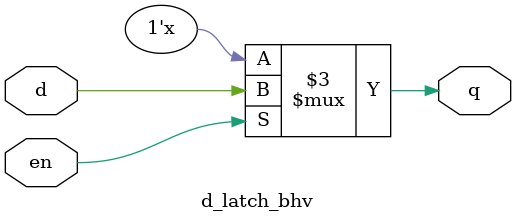
<source format=v>
module d_latch_bhv (d, en, q);

	input d, en;
	output reg q;
	
	always @(en,d) begin
	
		if (en) q <= d;
		else 	  q <= q;
		
	end
	
endmodule
</source>
